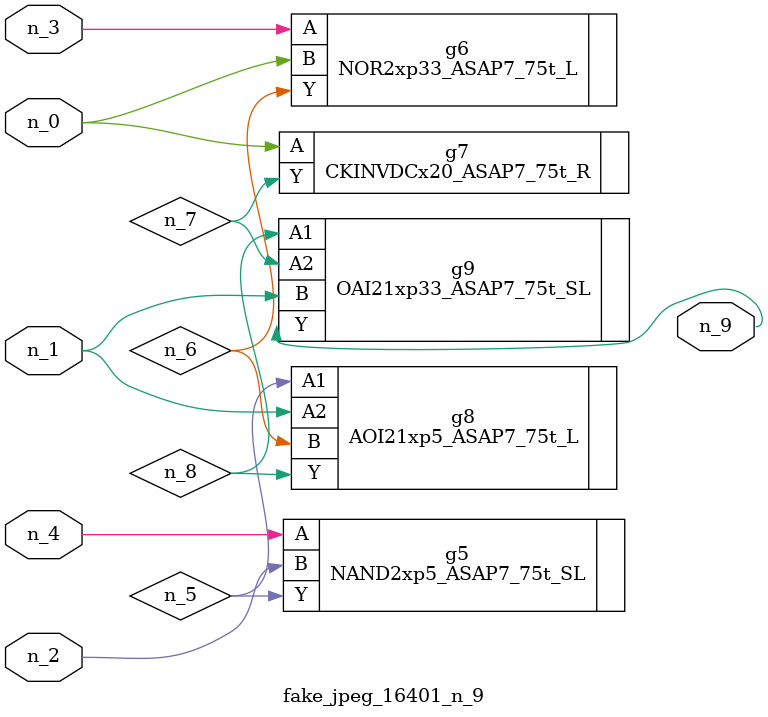
<source format=v>
module fake_jpeg_16401_n_9 (n_3, n_2, n_1, n_0, n_4, n_9);

input n_3;
input n_2;
input n_1;
input n_0;
input n_4;

output n_9;

wire n_8;
wire n_6;
wire n_5;
wire n_7;

NAND2xp5_ASAP7_75t_SL g5 ( 
.A(n_4),
.B(n_2),
.Y(n_5)
);

NOR2xp33_ASAP7_75t_L g6 ( 
.A(n_3),
.B(n_0),
.Y(n_6)
);

CKINVDCx20_ASAP7_75t_R g7 ( 
.A(n_0),
.Y(n_7)
);

AOI21xp5_ASAP7_75t_L g8 ( 
.A1(n_5),
.A2(n_1),
.B(n_6),
.Y(n_8)
);

OAI21xp33_ASAP7_75t_SL g9 ( 
.A1(n_8),
.A2(n_7),
.B(n_1),
.Y(n_9)
);


endmodule
</source>
